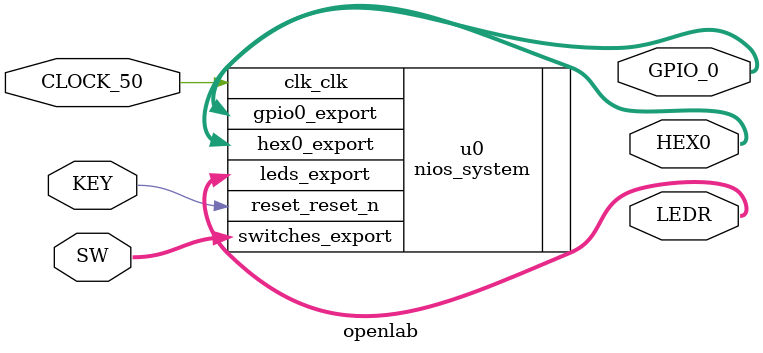
<source format=v>
    module openlab (CLOCK_50,SW,KEY,LEDR,HEX0,GPIO_0);
	 
	 input CLOCK_50;
	 input [7:0] SW;
	 input [0:0] KEY;
	 output[7:0] LEDR;
	 output[6:0] HEX0;
	 output[7:0] GPIO_0;
	 
	 nios_system u0 (
        .clk_clk         (CLOCK_50),         //      clk.clk
        .reset_reset_n   (KEY),   //    reset.reset_n
        .gpio0_export    (GPIO_0),    //    gpio0.export
        .hex0_export     (HEX0),     //     hex0.export
        .leds_export     (LEDR),     //     leds.export
        .switches_export (SW)  // switches.export
    );
endmodule
</source>
